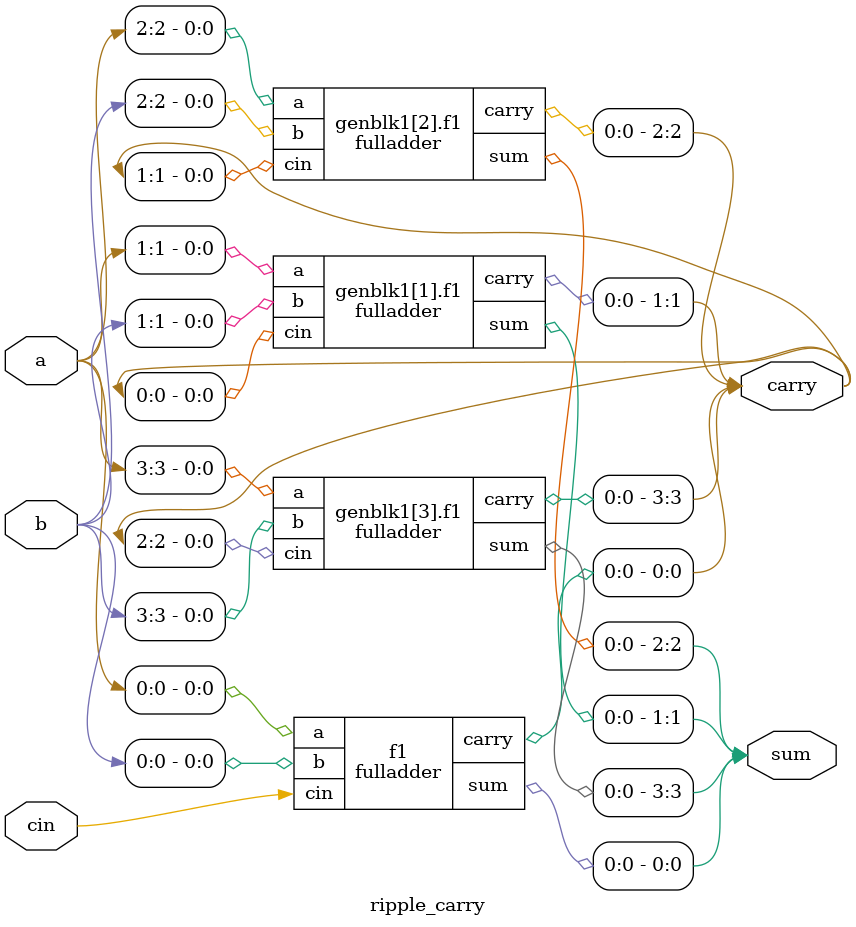
<source format=v>
module fulladder(input a,b,cin,output sum,carry);
  assign sum = a^b^cin;
  assign carry = (a&b)|(b&cin)|(a&cin);
endmodule

module ripple_carry(input [3:0] a,b,input cin,output [3:0] sum,carry);
  
  fulladder f1(.a(a[0]),.b(b[0]),.cin(cin),.sum(sum[0]),.carry(carry[0]));
  
  genvar i;
  generate
    for(i=1;i<4;i++)begin
      fulladder f1(.a(a[i]),.b(b[i]),.cin(carry[i-1]),.sum(sum[i]),.carry(carry[i]));
    end
  endgenerate
endmodule

</source>
